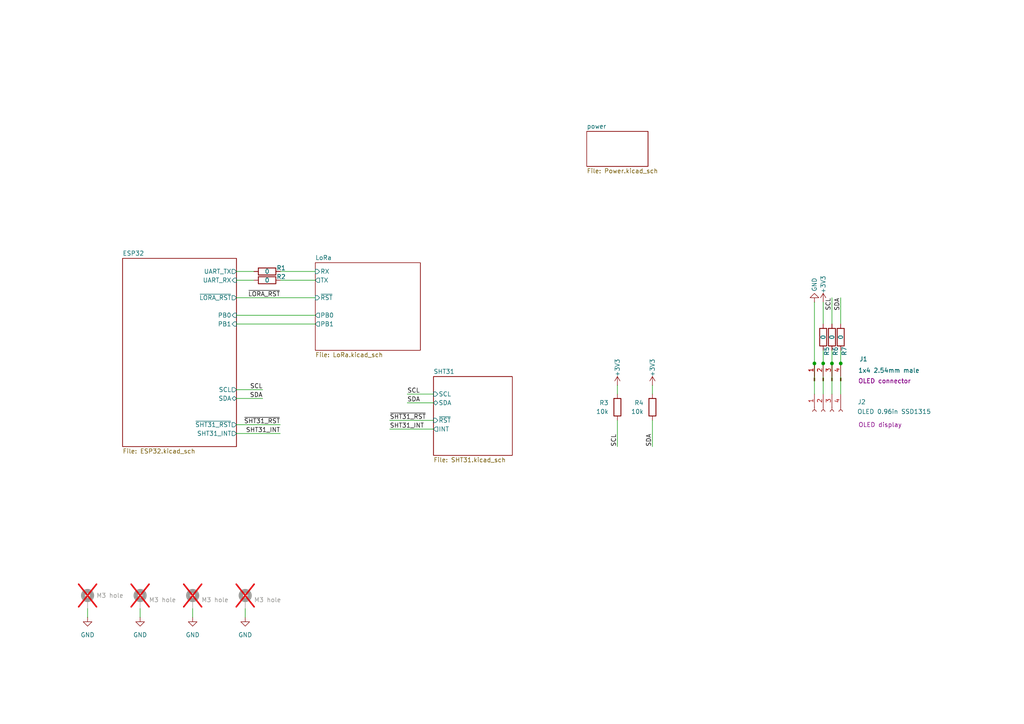
<source format=kicad_sch>
(kicad_sch (version 20231120) (generator "eeschema") (generator_version "8.0")
  (paper "A4")
  (lib_symbols
    (symbol "Connector:Conn_01x04_Pin" (pin_names (offset 1.016) hide)
      (property "Reference" "J" (at 0 5.08 0))
      (property "Value" "Conn_01x04_Pin" (at 0 -7.62 0))
      (symbol "Conn_01x04_Pin_1_1"
        (polyline (pts (xy 1.27 -5.08) (xy 0.8636 -5.08)) (stroke (width 0.1524)))
        (polyline (pts (xy 1.27 -2.54) (xy 0.8636 -2.54)) (stroke (width 0.1524)))
        (polyline (pts (xy 1.27 0) (xy 0.8636 0)) (stroke (width 0.1524)))
        (polyline (pts (xy 1.27 2.54) (xy 0.8636 2.54)) (stroke (width 0.1524)))
        (rectangle (start 0.8636 -4.953) (end 0 -5.207) (stroke (width 0.1524)) (fill (type outline)))
        (rectangle (start 0.8636 -2.413) (end 0 -2.667) (stroke (width 0.1524)) (fill (type outline)))
        (rectangle (start 0.8636 0.127) (end 0 -0.127) (stroke (width 0.1524)) (fill (type outline)))
        (rectangle (start 0.8636 2.667) (end 0 2.413) (stroke (width 0.1524)) (fill (type outline)))
        (pin passive line (at 5.08 2.54 180) (length 3.81) (name "Pin_1") (number "1"))
        (pin passive line (at 5.08 0 180) (length 3.81) (name "Pin_2") (number "2"))
        (pin passive line (at 5.08 -2.54 180) (length 3.81) (name "Pin_3") (number "3"))
        (pin passive line (at 5.08 -5.08 180) (length 3.81) (name "Pin_4") (number "4"))
      )
    )
    (symbol "Connector:Conn_01x04_Socket" (pin_names (offset 1.016) hide)
      (property "Reference" "J" (at 0 5.08 0))
      (property "Value" "Conn_01x04_Socket" (at 0 -7.62 0))
      (symbol "Conn_01x04_Socket_1_1"
        (arc (start 0 -4.572) (mid -0.5058 -5.08) (end 0 -5.588) (stroke (width 0.1524)))
        (arc (start 0 -2.032) (mid -0.5058 -2.54) (end 0 -3.048) (stroke (width 0.1524)))
        (polyline (pts (xy -1.27 -5.08) (xy -0.508 -5.08)) (stroke (width 0.1524)))
        (polyline (pts (xy -1.27 -2.54) (xy -0.508 -2.54)) (stroke (width 0.1524)))
        (polyline (pts (xy -1.27 0) (xy -0.508 0)) (stroke (width 0.1524)))
        (polyline (pts (xy -1.27 2.54) (xy -0.508 2.54)) (stroke (width 0.1524)))
        (arc (start 0 0.508) (mid -0.5058 0) (end 0 -0.508) (stroke (width 0.1524)))
        (arc (start 0 3.048) (mid -0.5058 2.54) (end 0 2.032) (stroke (width 0.1524)))
        (pin passive line (at -5.08 2.54 0) (length 3.81) (name "Pin_1") (number "1"))
        (pin passive line (at -5.08 0 0) (length 3.81) (name "Pin_2") (number "2"))
        (pin passive line (at -5.08 -2.54 0) (length 3.81) (name "Pin_3") (number "3"))
        (pin passive line (at -5.08 -5.08 0) (length 3.81) (name "Pin_4") (number "4"))
      )
    )
    (symbol "Device:R" (pin_numbers hide) (pin_names (offset 0))
      (property "Reference" "R" (at 2.032 0 90))
      (property "Value" "R" (at 0 0 90))
      (symbol "R_0_1"
        (rectangle (start -1.016 -2.54) (end 1.016 2.54) (stroke (width 0.254)))
      )
      (symbol "R_1_1"
        (pin passive line (at 0 3.81 270) (length 1.27) (name "~") (number "1"))
        (pin passive line (at 0 -3.81 90) (length 1.27) (name "~") (number "2"))
      )
    )
    (symbol "Mechanical:MountingHole_Pad" (pin_numbers hide) (pin_names (offset 1.016) hide) (exclude_from_sim yes) (in_bom no)
      (property "Reference" "H" (at 0 6.35 0))
      (property "Value" "MountingHole_Pad" (at 0 4.445 0))
      (symbol "MountingHole_Pad_0_1"
        (circle (center 0 1.27) (radius 1.27) (stroke (width 1.27)))
      )
      (symbol "MountingHole_Pad_1_1"
        (pin input line (at 0 -2.54 90) (length 2.54) (name "1") (number "1"))
      )
    )
    (symbol "power:+3V3" (power) (pin_numbers hide) (pin_names (offset 0) hide)
      (property "Value" "+3V3" (at 0 3.556 0))
      (symbol "+3V3_0_1"
        (polyline (pts (xy -0.762 1.27) (xy 0 2.54)))
        (polyline (pts (xy 0 0) (xy 0 2.54)))
        (polyline (pts (xy 0 2.54) (xy 0.762 1.27)))
      )
      (symbol "+3V3_1_1"
        (pin power_in line (at 0 0 90) (length 0) (name "~") (number "1"))
      )
    )
    (symbol "power:GND" (power) (pin_numbers hide) (pin_names (offset 0) hide)
      (property "Value" "GND" (at 0 -3.81 0))
      (symbol "GND_0_1"
        (polyline (pts (xy 0 0) (xy 0 -1.27) (xy 1.27 -1.27) (xy 0 -2.54) (xy -1.27 -1.27) (xy 0 -1.27)))
      )
      (symbol "GND_1_1"
        (pin power_in line (at 0 0 270) (length 0) (name "~") (number "1"))
      )
    )
  )
  (junction (at 241.3 105.41))
  (junction (at 238.76 105.41))
  (junction (at 236.22 105.41))
  (junction (at 243.84 105.41))
  (wire (pts (xy 241.3 86.36) (xy 241.3 93.98)))
  (wire (pts (xy 238.76 87.63) (xy 238.76 93.98)))
  (wire (pts (xy 76.2 113.03) (xy 68.58 113.03)))
  (wire (pts (xy 238.76 101.6) (xy 238.76 105.41)))
  (wire (pts (xy 81.28 78.74) (xy 91.44 78.74)))
  (wire (pts (xy 68.58 86.36) (xy 91.44 86.36)))
  (wire (pts (xy 179.07 114.3) (xy 179.07 111.76)))
  (wire (pts (xy 68.58 125.73) (xy 81.28 125.73)))
  (wire (pts (xy 125.73 124.46) (xy 113.03 124.46)))
  (wire (pts (xy 189.23 129.54) (xy 189.23 121.92)))
  (wire (pts (xy 236.22 105.41) (xy 236.22 114.3)))
  (wire (pts (xy 118.11 116.84) (xy 125.73 116.84)))
  (wire (pts (xy 68.58 78.74) (xy 73.66 78.74)))
  (wire (pts (xy 243.84 101.6) (xy 243.84 105.41)))
  (wire (pts (xy 81.28 123.19) (xy 68.58 123.19)))
  (wire (pts (xy 243.84 105.41) (xy 243.84 114.3)))
  (wire (pts (xy 55.88 176.53) (xy 55.88 179.07)))
  (wire (pts (xy 236.22 87.63) (xy 236.22 105.41)))
  (wire (pts (xy 68.58 81.28) (xy 73.66 81.28)))
  (wire (pts (xy 81.28 81.28) (xy 91.44 81.28)))
  (wire (pts (xy 76.2 115.57) (xy 68.58 115.57)))
  (wire (pts (xy 189.23 114.3) (xy 189.23 111.76)))
  (wire (pts (xy 113.03 121.92) (xy 125.73 121.92)))
  (wire (pts (xy 68.58 93.98) (xy 91.44 93.98)))
  (wire (pts (xy 118.11 114.3) (xy 125.73 114.3)))
  (wire (pts (xy 243.84 86.36) (xy 243.84 93.98)))
  (wire (pts (xy 68.58 91.44) (xy 91.44 91.44)))
  (wire (pts (xy 40.64 176.53) (xy 40.64 179.07)))
  (wire (pts (xy 179.07 129.54) (xy 179.07 121.92)))
  (wire (pts (xy 238.76 105.41) (xy 238.76 114.3)))
  (wire (pts (xy 25.4 176.53) (xy 25.4 179.07)))
  (wire (pts (xy 241.3 101.6) (xy 241.3 105.41)))
  (wire (pts (xy 241.3 105.41) (xy 241.3 114.3)))
  (wire (pts (xy 71.12 176.53) (xy 71.12 179.07)))
  (label "SCL" (at 76.2 113.03 180))
  (label "SCL" (at 118.11 114.3 0))
  (label "~{SHT31_RST}" (at 113.03 121.92 0))
  (label "SDA" (at 243.84 86.36 270))
  (label "~{LORA_RST}" (at 81.28 86.36 180))
  (label "SDA" (at 118.11 116.84 0))
  (label "SCL" (at 241.3 86.36 270))
  (label "SHT31_INT" (at 81.28 125.73 180))
  (label "SDA" (at 189.23 129.54 90))
  (label "~{SHT31_RST}" (at 81.28 123.19 180))
  (label "SHT31_INT" (at 113.03 124.46 0))
  (label "SDA" (at 76.2 115.57 180))
  (label "SCL" (at 179.07 129.54 90))
  (symbol (lib_id "Mechanical:MountingHole_Pad") (at 25.4 173.99 0) (unit 1) (exclude_from_sim yes) (in_bom no) (dnp yes)
    (property "Reference" "H1" (effects (hide yes)))
    (property "Value" "M3 hole" (at 27.94 172.7199 0) (effects (justify left)))
    (property "Footprint" "MountingHole:MountingHole_3.2mm_M3_Pad" (effects (hide yes)))
    (property "Description" "Mounting Hole with connection" (effects (hide yes)))
  )
  (symbol (lib_id "Mechanical:MountingHole_Pad") (at 71.12 173.99 0) (unit 1) (exclude_from_sim yes) (in_bom no) (dnp yes)
    (property "Reference" "H4" (effects (hide yes)))
    (property "Value" "M3 hole" (at 73.66 173.9899 0) (effects (justify left)))
    (property "Footprint" "MountingHole:MountingHole_3.2mm_M3_Pad" (effects (hide yes)))
    (property "Description" "Mounting Hole with connection" (effects (hide yes)))
  )
  (symbol (lib_id "Device:R") (at 179.07 118.11 0) (mirror x) (unit 1)
    (property "Reference" "R3" (at 176.53 116.8399 0) (effects (justify right)))
    (property "Value" "10k" (at 176.53 119.3799 0) (effects (justify right)))
    (property "Footprint" "Resistor_SMD:R_0805_2012Metric" (effects (hide yes)))
    (property "Description" "Resistor" (effects (hide yes)))
    (property "JLCPCB Part #" "C84376" (effects (hide yes)))
    (property "MFR.Part #" "RC0805FR-0710KL" (effects (hide yes)))
  )
  (symbol (lib_id "Device:R") (at 189.23 118.11 0) (mirror x) (unit 1)
    (property "Reference" "R4" (at 186.69 116.8399 0) (effects (justify right)))
    (property "Value" "10k" (at 186.69 119.3799 0) (effects (justify right)))
    (property "Footprint" "Resistor_SMD:R_0805_2012Metric" (effects (hide yes)))
    (property "Description" "Resistor" (effects (hide yes)))
    (property "JLCPCB Part #" "C84376" (effects (hide yes)))
    (property "MFR.Part #" "RC0805FR-0710KL" (effects (hide yes)))
  )
  (symbol (lib_id "Device:R") (at 241.3 97.79 0) (unit 1)
    (property "Reference" "R6" (at 242.316 101.854 90))
    (property "Value" "0" (at 241.3 97.79 90))
    (property "Footprint" "Resistor_SMD:R_0805_2012Metric" (effects (hide yes)))
    (property "Description" "Resistor" (effects (hide yes)))
    (property "JLCPCB Part #" "C17477" (effects (hide yes)))
    (property "MFR.Part #" "0805W8F0000T5E" (effects (hide yes)))
  )
  (symbol (lib_id "Device:R") (at 77.47 81.28 90) (unit 1)
    (property "Reference" "R2" (at 81.534 80.264 90))
    (property "Value" "0" (at 77.47 81.28 90))
    (property "Footprint" "Resistor_SMD:R_0805_2012Metric" (effects (hide yes)))
    (property "Description" "Resistor" (effects (hide yes)))
    (property "JLCPCB Part #" "C17477" (effects (hide yes)))
    (property "MFR.Part #" "0805W8F0000T5E" (effects (hide yes)))
  )
  (symbol (lib_id "power:+3V3") (at 189.23 111.76 0) (unit 1)
    (property "Reference" "#PWR06" (effects (hide yes)))
    (property "Value" "+3V3" (at 189.23 106.68 90))
    (property "Description" "Power symbol creates a global label with name \"+3V3\"" (effects (hide yes)))
  )
  (symbol (lib_id "Connector:Conn_01x04_Socket") (at 238.76 119.38 90) (mirror x) (unit 1)
    (property "Reference" "J2" (at 249.936 116.586 90))
    (property "Value" "OLED 0.96in SSD1315" (at 259.334 119.38 90))
    (property "Footprint" "Local:OLED-TH_L27.8-W27.2-P2.54_C9900033791" (effects (hide yes)))
    (property "Description" "Generic connector, single row, 01x04, script generated" (effects (hide yes)))
    (property "Comment" "OLED display" (at 255.27 123.19 90))
    (property "JLCPCB Part #" "C5248080" (effects (hide yes)))
    (property "MFR.Part #" "HS96L03W2C03" (effects (hide yes)))
  )
  (symbol (lib_id "Connector:Conn_01x04_Pin") (at 238.76 110.49 90) (unit 1)
    (property "Reference" "J1" (at 250.444 104.14 90))
    (property "Value" "1x4 2.54mm male" (at 257.81 107.442 90))
    (property "Footprint" "Local:HDR-TH_4P-P2.54-V-M" (effects (hide yes)))
    (property "Description" "Generic connector, single row, 01x04, script generated" (effects (hide yes)))
    (property "Comment" "OLED connector" (at 256.54 110.49 90))
    (property "JLCPCB Part #" "C124378" (effects (hide yes)))
    (property "MFR.Part #" "B-2100S04P-A110" (effects (hide yes)))
  )
  (symbol (lib_id "power:GND") (at 236.22 87.63 180) (unit 1)
    (property "Reference" "#PWR07" (effects (hide yes)))
    (property "Value" "GND" (at 236.22 82.55 90))
    (property "Description" "Power symbol creates a global label with name \"GND\" , ground" (effects (hide yes)))
  )
  (symbol (lib_id "power:GND") (at 40.64 179.07 0) (unit 1)
    (property "Reference" "#PWR02" (effects (hide yes)))
    (property "Value" "GND" (at 40.64 184.15 0))
    (property "Description" "Power symbol creates a global label with name \"GND\" , ground" (effects (hide yes)))
  )
  (symbol (lib_id "Mechanical:MountingHole_Pad") (at 55.88 173.99 0) (unit 1) (exclude_from_sim yes) (in_bom no) (dnp yes)
    (property "Reference" "H3" (effects (hide yes)))
    (property "Value" "M3 hole" (at 58.42 173.9899 0) (effects (justify left)))
    (property "Footprint" "MountingHole:MountingHole_3.2mm_M3_Pad" (effects (hide yes)))
    (property "Description" "Mounting Hole with connection" (effects (hide yes)))
  )
  (symbol (lib_id "Mechanical:MountingHole_Pad") (at 40.64 173.99 0) (unit 1) (exclude_from_sim yes) (in_bom no) (dnp yes)
    (property "Reference" "H2" (effects (hide yes)))
    (property "Value" "M3 hole" (at 43.18 173.9899 0) (effects (justify left)))
    (property "Footprint" "MountingHole:MountingHole_3.2mm_M3_Pad" (effects (hide yes)))
    (property "Description" "Mounting Hole with connection" (effects (hide yes)))
  )
  (symbol (lib_id "Device:R") (at 77.47 78.74 90) (unit 1)
    (property "Reference" "R1" (at 81.534 77.724 90))
    (property "Value" "0" (at 77.47 78.74 90))
    (property "Footprint" "Resistor_SMD:R_0805_2012Metric" (effects (hide yes)))
    (property "Description" "Resistor" (effects (hide yes)))
    (property "JLCPCB Part #" "C17477" (effects (hide yes)))
    (property "MFR.Part #" "0805W8F0000T5E" (effects (hide yes)))
  )
  (symbol (lib_id "power:+3V3") (at 238.76 87.63 0) (unit 1)
    (property "Reference" "#PWR08" (effects (hide yes)))
    (property "Value" "+3V3" (at 238.76 82.55 90))
    (property "Description" "Power symbol creates a global label with name \"+3V3\"" (effects (hide yes)))
  )
  (symbol (lib_id "Device:R") (at 243.84 97.79 0) (unit 1)
    (property "Reference" "R7" (at 244.856 101.854 90))
    (property "Value" "0" (at 243.84 97.79 90))
    (property "Footprint" "Resistor_SMD:R_0805_2012Metric" (effects (hide yes)))
    (property "Description" "Resistor" (effects (hide yes)))
    (property "JLCPCB Part #" "C17477" (effects (hide yes)))
    (property "MFR.Part #" "0805W8F0000T5E" (effects (hide yes)))
  )
  (symbol (lib_id "power:GND") (at 55.88 179.07 0) (unit 1)
    (property "Reference" "#PWR03" (effects (hide yes)))
    (property "Value" "GND" (at 55.88 184.15 0))
    (property "Description" "Power symbol creates a global label with name \"GND\" , ground" (effects (hide yes)))
  )
  (symbol (lib_id "power:GND") (at 71.12 179.07 0) (unit 1)
    (property "Reference" "#PWR04" (effects (hide yes)))
    (property "Value" "GND" (at 71.12 184.15 0))
    (property "Description" "Power symbol creates a global label with name \"GND\" , ground" (effects (hide yes)))
  )
  (symbol (lib_id "power:+3V3") (at 179.07 111.76 0) (unit 1)
    (property "Reference" "#PWR05" (effects (hide yes)))
    (property "Value" "+3V3" (at 179.07 106.68 90))
    (property "Description" "Power symbol creates a global label with name \"+3V3\"" (effects (hide yes)))
  )
  (symbol (lib_id "Device:R") (at 238.76 97.79 0) (unit 1)
    (property "Reference" "R5" (at 239.776 101.854 90))
    (property "Value" "0" (at 238.76 97.79 90))
    (property "Footprint" "Resistor_SMD:R_0805_2012Metric" (effects (hide yes)))
    (property "Description" "Resistor" (effects (hide yes)))
    (property "JLCPCB Part #" "C17477" (effects (hide yes)))
    (property "MFR.Part #" "0805W8F0000T5E" (effects (hide yes)))
  )
  (symbol (lib_id "power:GND") (at 25.4 179.07 0) (unit 1)
    (property "Reference" "#PWR01" (effects (hide yes)))
    (property "Value" "GND" (at 25.4 184.15 0))
    (property "Description" "Power symbol creates a global label with name \"GND\" , ground" (effects (hide yes)))
  )
  (sheet (at 125.73 109.22) (size 22.86 22.86) (stroke (width 0.1524))
    (property "Sheetname" "SHT31" (at 125.73 108.5084 0) (effects (justify left bottom)))
    (property "Sheetfile" "SHT31.kicad_sch" (at 125.73 132.6646 0) (effects (justify left top)))
    (pin "SCL" input (at 125.73 114.3 180))
    (pin "INT" output (at 125.73 124.46 180))
    (pin "SDA" bidirectional (at 125.73 116.84 180))
    (pin "~{RST}" input (at 125.73 121.92 180))
  )
  (sheet (at 170.18 38.1) (size 17.78 10.16) (stroke (width 0.1524))
    (property "Sheetname" "power" (at 170.18 37.3884 0) (effects (justify left bottom)))
    (property "Sheetfile" "Power.kicad_sch" (at 170.18 48.8446 0) (effects (justify left top)))
  )
  (sheet (at 91.44 76.2) (size 30.48 25.4) (stroke (width 0.1524))
    (property "Sheetname" "LoRa" (at 91.44 75.4884 0) (effects (justify left bottom)))
    (property "Sheetfile" "LoRa.kicad_sch" (at 91.44 102.1846 0) (effects (justify left top)))
    (pin "RX" input (at 91.44 78.74 180))
    (pin "TX" output (at 91.44 81.28 180))
    (pin "~{RST}" input (at 91.44 86.36 180))
    (pin "PB1" output (at 91.44 93.98 180))
    (pin "PB0" output (at 91.44 91.44 180))
  )
  (sheet (at 35.56 74.93) (size 33.02 54.61) (stroke (width 0.1524))
    (property "Sheetname" "ESP32" (at 35.56 74.2184 0) (effects (justify left bottom)))
    (property "Sheetfile" "ESP32.kicad_sch" (at 35.56 130.1246 0) (effects (justify left top)))
    (pin "SDA" bidirectional (at 68.58 115.57 0))
    (pin "UART_RX" input (at 68.58 81.28 0))
    (pin "UART_TX" output (at 68.58 78.74 0))
    (pin "SCL" output (at 68.58 113.03 0))
    (pin "~{LORA_RST}" output (at 68.58 86.36 0))
    (pin "~{SHT31_RST}" output (at 68.58 123.19 0))
    (pin "SHT31_INT" output (at 68.58 125.73 0))
    (pin "PB1" input (at 68.58 93.98 0))
    (pin "PB0" input (at 68.58 91.44 0))
  )
)
</source>
